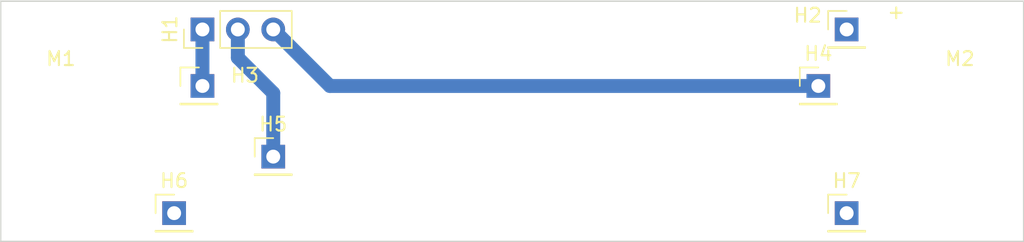
<source format=kicad_pcb>
(kicad_pcb (version 20171130) (host pcbnew 5.1.9-73d0e3b20d~88~ubuntu20.04.1)

  (general
    (thickness 1.6)
    (drawings 5)
    (tracks 6)
    (zones 0)
    (modules 9)
    (nets 1)
  )

  (page A4)
  (layers
    (0 F.Cu signal)
    (31 B.Cu signal)
    (32 B.Adhes user hide)
    (33 F.Adhes user hide)
    (34 B.Paste user hide)
    (35 F.Paste user hide)
    (36 B.SilkS user)
    (37 F.SilkS user)
    (38 B.Mask user)
    (39 F.Mask user)
    (40 Dwgs.User user hide)
    (41 Cmts.User user hide)
    (42 Eco1.User user hide)
    (43 Eco2.User user hide)
    (44 Edge.Cuts user)
    (45 Margin user hide)
    (46 B.CrtYd user)
    (47 F.CrtYd user)
    (48 B.Fab user hide)
    (49 F.Fab user hide)
  )

  (setup
    (last_trace_width 1)
    (user_trace_width 1)
    (trace_clearance 0.2)
    (zone_clearance 0.508)
    (zone_45_only no)
    (trace_min 0.2)
    (via_size 0.8)
    (via_drill 0.4)
    (via_min_size 0.4)
    (via_min_drill 0.3)
    (user_via 1 0.5)
    (uvia_size 0.3)
    (uvia_drill 0.1)
    (uvias_allowed no)
    (uvia_min_size 0.2)
    (uvia_min_drill 0.1)
    (edge_width 0.05)
    (segment_width 0.2)
    (pcb_text_width 0.3)
    (pcb_text_size 1.5 1.5)
    (mod_edge_width 0.12)
    (mod_text_size 1 1)
    (mod_text_width 0.15)
    (pad_size 1.7 1.7)
    (pad_drill 1)
    (pad_to_mask_clearance 0)
    (aux_axis_origin 114.808 102.362)
    (grid_origin 122.682 91.44)
    (visible_elements FFFFFF7F)
    (pcbplotparams
      (layerselection 0x010fc_ffffffff)
      (usegerberextensions false)
      (usegerberattributes true)
      (usegerberadvancedattributes true)
      (creategerberjobfile true)
      (excludeedgelayer true)
      (linewidth 0.100000)
      (plotframeref false)
      (viasonmask false)
      (mode 1)
      (useauxorigin false)
      (hpglpennumber 1)
      (hpglpenspeed 20)
      (hpglpendiameter 15.000000)
      (psnegative false)
      (psa4output false)
      (plotreference true)
      (plotvalue true)
      (plotinvisibletext false)
      (padsonsilk false)
      (subtractmaskfromsilk false)
      (outputformat 1)
      (mirror false)
      (drillshape 1)
      (scaleselection 1)
      (outputdirectory ""))
  )

  (net 0 "")

  (net_class Default "This is the default net class."
    (clearance 0.2)
    (trace_width 0.25)
    (via_dia 0.8)
    (via_drill 0.4)
    (uvia_dia 0.3)
    (uvia_drill 0.1)
  )

  (module MountingHole:MountingHole_3.5mm locked (layer F.Cu) (tedit 56D1B4CB) (tstamp 605E7568)
    (at 122.682 91.44)
    (descr "Mounting Hole 3.5mm, no annular")
    (tags "mounting hole 3.5mm no annular")
    (attr virtual)
    (fp_text reference M1 (at 0 -4.5) (layer F.SilkS)
      (effects (font (size 1 1) (thickness 0.15)))
    )
    (fp_text value MountingHole_3.5mm (at 0 4.5) (layer F.Fab)
      (effects (font (size 1 1) (thickness 0.15)))
    )
    (fp_circle (center 0 0) (end 3.5 0) (layer Cmts.User) (width 0.15))
    (fp_circle (center 0 0) (end 3.75 0) (layer F.CrtYd) (width 0.05))
    (fp_text user %R (at 0.3 0) (layer F.Fab)
      (effects (font (size 1 1) (thickness 0.15)))
    )
    (pad 1 np_thru_hole circle (at 0 0) (size 3.5 3.5) (drill 3.5) (layers *.Cu *.Mask))
  )

  (module MountingHole:MountingHole_3.5mm locked (layer F.Cu) (tedit 56D1B4CB) (tstamp 605E7531)
    (at 187.198 91.44)
    (descr "Mounting Hole 3.5mm, no annular")
    (tags "mounting hole 3.5mm no annular")
    (attr virtual)
    (fp_text reference M2 (at 0 -4.5) (layer F.SilkS)
      (effects (font (size 1 1) (thickness 0.15)))
    )
    (fp_text value MountingHole_3.5mm (at 0 4.5) (layer F.Fab)
      (effects (font (size 1 1) (thickness 0.15)))
    )
    (fp_text user %R (at 0.3 0) (layer F.Fab)
      (effects (font (size 1 1) (thickness 0.15)))
    )
    (fp_circle (center 0 0) (end 3.5 0) (layer Cmts.User) (width 0.15))
    (fp_circle (center 0 0) (end 3.75 0) (layer F.CrtYd) (width 0.05))
    (pad 1 np_thru_hole circle (at 0 0) (size 3.5 3.5) (drill 3.5) (layers *.Cu *.Mask))
  )

  (module Connector_PinHeader_2.54mm:PinHeader_1x01_P2.54mm_Vertical (layer F.Cu) (tedit 59FED5CC) (tstamp 605E704A)
    (at 177.038 88.9)
    (descr "Through hole straight pin header, 1x01, 2.54mm pitch, single row")
    (tags "Through hole pin header THT 1x01 2.54mm single row")
    (fp_text reference H4 (at 0 -2.33) (layer F.SilkS)
      (effects (font (size 1 1) (thickness 0.15)))
    )
    (fp_text value PinHeader_1x01_P2.54mm_Vertical (at 0 2.33) (layer F.Fab)
      (effects (font (size 1 1) (thickness 0.15)))
    )
    (fp_line (start 1.8 -1.8) (end -1.8 -1.8) (layer F.CrtYd) (width 0.05))
    (fp_line (start 1.8 1.8) (end 1.8 -1.8) (layer F.CrtYd) (width 0.05))
    (fp_line (start -1.8 1.8) (end 1.8 1.8) (layer F.CrtYd) (width 0.05))
    (fp_line (start -1.8 -1.8) (end -1.8 1.8) (layer F.CrtYd) (width 0.05))
    (fp_line (start -1.33 -1.33) (end 0 -1.33) (layer F.SilkS) (width 0.12))
    (fp_line (start -1.33 0) (end -1.33 -1.33) (layer F.SilkS) (width 0.12))
    (fp_line (start -1.33 1.27) (end 1.33 1.27) (layer F.SilkS) (width 0.12))
    (fp_line (start 1.33 1.27) (end 1.33 1.33) (layer F.SilkS) (width 0.12))
    (fp_line (start -1.33 1.27) (end -1.33 1.33) (layer F.SilkS) (width 0.12))
    (fp_line (start -1.33 1.33) (end 1.33 1.33) (layer F.SilkS) (width 0.12))
    (fp_line (start -1.27 -0.635) (end -0.635 -1.27) (layer F.Fab) (width 0.1))
    (fp_line (start -1.27 1.27) (end -1.27 -0.635) (layer F.Fab) (width 0.1))
    (fp_line (start 1.27 1.27) (end -1.27 1.27) (layer F.Fab) (width 0.1))
    (fp_line (start 1.27 -1.27) (end 1.27 1.27) (layer F.Fab) (width 0.1))
    (fp_line (start -0.635 -1.27) (end 1.27 -1.27) (layer F.Fab) (width 0.1))
    (fp_text user %R (at 0 0 90) (layer F.Fab)
      (effects (font (size 1 1) (thickness 0.15)))
    )
    (pad 1 thru_hole rect (at 0 0) (size 1.7 1.7) (drill 1) (layers *.Cu *.Mask))
    (model ${KISYS3DMOD}/Connector_PinHeader_2.54mm.3dshapes/PinHeader_1x01_P2.54mm_Vertical.wrl
      (at (xyz 0 0 0))
      (scale (xyz 1 1 1))
      (rotate (xyz 0 0 0))
    )
  )

  (module Connector_PinHeader_2.54mm:PinHeader_1x01_P2.54mm_Vertical (layer F.Cu) (tedit 59FED5CC) (tstamp 605E6DF0)
    (at 137.922 93.98)
    (descr "Through hole straight pin header, 1x01, 2.54mm pitch, single row")
    (tags "Through hole pin header THT 1x01 2.54mm single row")
    (fp_text reference H5 (at 0 -2.33) (layer F.SilkS)
      (effects (font (size 1 1) (thickness 0.15)))
    )
    (fp_text value PinHeader_1x01_P2.54mm_Vertical (at 0 2.33) (layer F.Fab)
      (effects (font (size 1 1) (thickness 0.15)))
    )
    (fp_line (start 1.8 -1.8) (end -1.8 -1.8) (layer F.CrtYd) (width 0.05))
    (fp_line (start 1.8 1.8) (end 1.8 -1.8) (layer F.CrtYd) (width 0.05))
    (fp_line (start -1.8 1.8) (end 1.8 1.8) (layer F.CrtYd) (width 0.05))
    (fp_line (start -1.8 -1.8) (end -1.8 1.8) (layer F.CrtYd) (width 0.05))
    (fp_line (start -1.33 -1.33) (end 0 -1.33) (layer F.SilkS) (width 0.12))
    (fp_line (start -1.33 0) (end -1.33 -1.33) (layer F.SilkS) (width 0.12))
    (fp_line (start -1.33 1.27) (end 1.33 1.27) (layer F.SilkS) (width 0.12))
    (fp_line (start 1.33 1.27) (end 1.33 1.33) (layer F.SilkS) (width 0.12))
    (fp_line (start -1.33 1.27) (end -1.33 1.33) (layer F.SilkS) (width 0.12))
    (fp_line (start -1.33 1.33) (end 1.33 1.33) (layer F.SilkS) (width 0.12))
    (fp_line (start -1.27 -0.635) (end -0.635 -1.27) (layer F.Fab) (width 0.1))
    (fp_line (start -1.27 1.27) (end -1.27 -0.635) (layer F.Fab) (width 0.1))
    (fp_line (start 1.27 1.27) (end -1.27 1.27) (layer F.Fab) (width 0.1))
    (fp_line (start 1.27 -1.27) (end 1.27 1.27) (layer F.Fab) (width 0.1))
    (fp_line (start -0.635 -1.27) (end 1.27 -1.27) (layer F.Fab) (width 0.1))
    (fp_text user %R (at 0 0 90) (layer F.Fab)
      (effects (font (size 1 1) (thickness 0.15)))
    )
    (pad 1 thru_hole rect (at 0 0) (size 1.7 1.7) (drill 1) (layers *.Cu *.Mask))
    (model ${KISYS3DMOD}/Connector_PinHeader_2.54mm.3dshapes/PinHeader_1x01_P2.54mm_Vertical.wrl
      (at (xyz 0 0 0))
      (scale (xyz 1 1 1))
      (rotate (xyz 0 0 0))
    )
  )

  (module Connector_PinHeader_2.54mm:PinHeader_1x01_P2.54mm_Vertical (layer F.Cu) (tedit 605E1735) (tstamp 605E6DF0)
    (at 132.588 88.9)
    (descr "Through hole straight pin header, 1x01, 2.54mm pitch, single row")
    (tags "Through hole pin header THT 1x01 2.54mm single row")
    (fp_text reference H3 (at 3.302 -0.762) (layer F.SilkS)
      (effects (font (size 1 1) (thickness 0.15)))
    )
    (fp_text value PinHeader_1x01_P2.54mm_Vertical (at 0 2.33) (layer F.Fab)
      (effects (font (size 1 1) (thickness 0.15)))
    )
    (fp_line (start 1.8 -1.8) (end -1.8 -1.8) (layer F.CrtYd) (width 0.05))
    (fp_line (start 1.8 1.8) (end 1.8 -1.8) (layer F.CrtYd) (width 0.05))
    (fp_line (start -1.8 1.8) (end 1.8 1.8) (layer F.CrtYd) (width 0.05))
    (fp_line (start -1.8 -1.8) (end -1.8 1.8) (layer F.CrtYd) (width 0.05))
    (fp_line (start -1.33 -1.33) (end 0 -1.33) (layer F.SilkS) (width 0.12))
    (fp_line (start -1.33 0) (end -1.33 -1.33) (layer F.SilkS) (width 0.12))
    (fp_line (start -1.33 1.27) (end 1.33 1.27) (layer F.SilkS) (width 0.12))
    (fp_line (start 1.33 1.27) (end 1.33 1.33) (layer F.SilkS) (width 0.12))
    (fp_line (start -1.33 1.27) (end -1.33 1.33) (layer F.SilkS) (width 0.12))
    (fp_line (start -1.33 1.33) (end 1.33 1.33) (layer F.SilkS) (width 0.12))
    (fp_line (start -1.27 -0.635) (end -0.635 -1.27) (layer F.Fab) (width 0.1))
    (fp_line (start -1.27 1.27) (end -1.27 -0.635) (layer F.Fab) (width 0.1))
    (fp_line (start 1.27 1.27) (end -1.27 1.27) (layer F.Fab) (width 0.1))
    (fp_line (start 1.27 -1.27) (end 1.27 1.27) (layer F.Fab) (width 0.1))
    (fp_line (start -0.635 -1.27) (end 1.27 -1.27) (layer F.Fab) (width 0.1))
    (fp_text user %R (at 0 0 90) (layer F.Fab)
      (effects (font (size 1 1) (thickness 0.15)))
    )
    (pad 1 thru_hole rect (at 0.254 0) (size 1.7 1.7) (drill 1) (layers *.Cu *.Mask))
    (model ${KISYS3DMOD}/Connector_PinHeader_2.54mm.3dshapes/PinHeader_1x01_P2.54mm_Vertical.wrl
      (at (xyz 0 0 0))
      (scale (xyz 1 1 1))
      (rotate (xyz 0 0 0))
    )
  )

  (module Connector_PinHeader_2.54mm:PinHeader_1x03_P2.54mm_Vertical (layer F.Cu) (tedit 59FED5CC) (tstamp 605E6D38)
    (at 132.842 84.836 90)
    (descr "Through hole straight pin header, 1x03, 2.54mm pitch, single row")
    (tags "Through hole pin header THT 1x03 2.54mm single row")
    (fp_text reference H1 (at 0 -2.33 90) (layer F.SilkS)
      (effects (font (size 1 1) (thickness 0.15)))
    )
    (fp_text value PinHeader_1x03_P2.54mm_Vertical (at 0 7.41 90) (layer F.Fab)
      (effects (font (size 1 1) (thickness 0.15)))
    )
    (fp_line (start 1.8 -1.8) (end -1.8 -1.8) (layer F.CrtYd) (width 0.05))
    (fp_line (start 1.8 6.85) (end 1.8 -1.8) (layer F.CrtYd) (width 0.05))
    (fp_line (start -1.8 6.85) (end 1.8 6.85) (layer F.CrtYd) (width 0.05))
    (fp_line (start -1.8 -1.8) (end -1.8 6.85) (layer F.CrtYd) (width 0.05))
    (fp_line (start -1.33 -1.33) (end 0 -1.33) (layer F.SilkS) (width 0.12))
    (fp_line (start -1.33 0) (end -1.33 -1.33) (layer F.SilkS) (width 0.12))
    (fp_line (start -1.33 1.27) (end 1.33 1.27) (layer F.SilkS) (width 0.12))
    (fp_line (start 1.33 1.27) (end 1.33 6.41) (layer F.SilkS) (width 0.12))
    (fp_line (start -1.33 1.27) (end -1.33 6.41) (layer F.SilkS) (width 0.12))
    (fp_line (start -1.33 6.41) (end 1.33 6.41) (layer F.SilkS) (width 0.12))
    (fp_line (start -1.27 -0.635) (end -0.635 -1.27) (layer F.Fab) (width 0.1))
    (fp_line (start -1.27 6.35) (end -1.27 -0.635) (layer F.Fab) (width 0.1))
    (fp_line (start 1.27 6.35) (end -1.27 6.35) (layer F.Fab) (width 0.1))
    (fp_line (start 1.27 -1.27) (end 1.27 6.35) (layer F.Fab) (width 0.1))
    (fp_line (start -0.635 -1.27) (end 1.27 -1.27) (layer F.Fab) (width 0.1))
    (fp_text user %R (at 0 2.54) (layer F.Fab)
      (effects (font (size 1 1) (thickness 0.15)))
    )
    (pad 3 thru_hole oval (at 0 5.08 90) (size 1.7 1.7) (drill 1) (layers *.Cu *.Mask))
    (pad 2 thru_hole oval (at 0 2.54 90) (size 1.7 1.7) (drill 1) (layers *.Cu *.Mask))
    (pad 1 thru_hole rect (at 0 0 90) (size 1.7 1.7) (drill 1) (layers *.Cu *.Mask))
    (model ${KISYS3DMOD}/Connector_PinHeader_2.54mm.3dshapes/PinHeader_1x03_P2.54mm_Vertical.wrl
      (at (xyz 0 0 0))
      (scale (xyz 1 1 1))
      (rotate (xyz 0 0 0))
    )
  )

  (module Connector_PinHeader_2.54mm:PinHeader_1x01_P2.54mm_Vertical (layer F.Cu) (tedit 59FED5CC) (tstamp 605E6C67)
    (at 179.07 98.044)
    (descr "Through hole straight pin header, 1x01, 2.54mm pitch, single row")
    (tags "Through hole pin header THT 1x01 2.54mm single row")
    (fp_text reference H7 (at 0 -2.33) (layer F.SilkS)
      (effects (font (size 1 1) (thickness 0.15)))
    )
    (fp_text value PinHeader_1x01_P2.54mm_Vertical (at 0 2.33) (layer F.Fab)
      (effects (font (size 1 1) (thickness 0.15)))
    )
    (fp_line (start 1.8 -1.8) (end -1.8 -1.8) (layer F.CrtYd) (width 0.05))
    (fp_line (start 1.8 1.8) (end 1.8 -1.8) (layer F.CrtYd) (width 0.05))
    (fp_line (start -1.8 1.8) (end 1.8 1.8) (layer F.CrtYd) (width 0.05))
    (fp_line (start -1.8 -1.8) (end -1.8 1.8) (layer F.CrtYd) (width 0.05))
    (fp_line (start -1.33 -1.33) (end 0 -1.33) (layer F.SilkS) (width 0.12))
    (fp_line (start -1.33 0) (end -1.33 -1.33) (layer F.SilkS) (width 0.12))
    (fp_line (start -1.33 1.27) (end 1.33 1.27) (layer F.SilkS) (width 0.12))
    (fp_line (start 1.33 1.27) (end 1.33 1.33) (layer F.SilkS) (width 0.12))
    (fp_line (start -1.33 1.27) (end -1.33 1.33) (layer F.SilkS) (width 0.12))
    (fp_line (start -1.33 1.33) (end 1.33 1.33) (layer F.SilkS) (width 0.12))
    (fp_line (start -1.27 -0.635) (end -0.635 -1.27) (layer F.Fab) (width 0.1))
    (fp_line (start -1.27 1.27) (end -1.27 -0.635) (layer F.Fab) (width 0.1))
    (fp_line (start 1.27 1.27) (end -1.27 1.27) (layer F.Fab) (width 0.1))
    (fp_line (start 1.27 -1.27) (end 1.27 1.27) (layer F.Fab) (width 0.1))
    (fp_line (start -0.635 -1.27) (end 1.27 -1.27) (layer F.Fab) (width 0.1))
    (fp_text user %R (at 0 0 90) (layer F.Fab)
      (effects (font (size 1 1) (thickness 0.15)))
    )
    (pad 1 thru_hole rect (at 0 0) (size 1.7 1.7) (drill 1) (layers *.Cu *.Mask))
    (model ${KISYS3DMOD}/Connector_PinHeader_2.54mm.3dshapes/PinHeader_1x01_P2.54mm_Vertical.wrl
      (at (xyz 0 0 0))
      (scale (xyz 1 1 1))
      (rotate (xyz 0 0 0))
    )
  )

  (module Connector_PinHeader_2.54mm:PinHeader_1x01_P2.54mm_Vertical (layer F.Cu) (tedit 59FED5CC) (tstamp 605E6C3A)
    (at 179.07 84.836)
    (descr "Through hole straight pin header, 1x01, 2.54mm pitch, single row")
    (tags "Through hole pin header THT 1x01 2.54mm single row")
    (fp_text reference H2 (at -2.794 -1.016) (layer F.SilkS)
      (effects (font (size 1 1) (thickness 0.15)))
    )
    (fp_text value PinHeader_1x01_P2.54mm_Vertical (at 0 2.33) (layer F.Fab)
      (effects (font (size 1 1) (thickness 0.15)))
    )
    (fp_line (start 1.8 -1.8) (end -1.8 -1.8) (layer F.CrtYd) (width 0.05))
    (fp_line (start 1.8 1.8) (end 1.8 -1.8) (layer F.CrtYd) (width 0.05))
    (fp_line (start -1.8 1.8) (end 1.8 1.8) (layer F.CrtYd) (width 0.05))
    (fp_line (start -1.8 -1.8) (end -1.8 1.8) (layer F.CrtYd) (width 0.05))
    (fp_line (start -1.33 -1.33) (end 0 -1.33) (layer F.SilkS) (width 0.12))
    (fp_line (start -1.33 0) (end -1.33 -1.33) (layer F.SilkS) (width 0.12))
    (fp_line (start -1.33 1.27) (end 1.33 1.27) (layer F.SilkS) (width 0.12))
    (fp_line (start 1.33 1.27) (end 1.33 1.33) (layer F.SilkS) (width 0.12))
    (fp_line (start -1.33 1.27) (end -1.33 1.33) (layer F.SilkS) (width 0.12))
    (fp_line (start -1.33 1.33) (end 1.33 1.33) (layer F.SilkS) (width 0.12))
    (fp_line (start -1.27 -0.635) (end -0.635 -1.27) (layer F.Fab) (width 0.1))
    (fp_line (start -1.27 1.27) (end -1.27 -0.635) (layer F.Fab) (width 0.1))
    (fp_line (start 1.27 1.27) (end -1.27 1.27) (layer F.Fab) (width 0.1))
    (fp_line (start 1.27 -1.27) (end 1.27 1.27) (layer F.Fab) (width 0.1))
    (fp_line (start -0.635 -1.27) (end 1.27 -1.27) (layer F.Fab) (width 0.1))
    (fp_text user %R (at 0 0 90) (layer F.Fab)
      (effects (font (size 1 1) (thickness 0.15)))
    )
    (pad 1 thru_hole rect (at 0 0) (size 1.7 1.7) (drill 1) (layers *.Cu *.Mask))
    (model ${KISYS3DMOD}/Connector_PinHeader_2.54mm.3dshapes/PinHeader_1x01_P2.54mm_Vertical.wrl
      (at (xyz 0 0 0))
      (scale (xyz 1 1 1))
      (rotate (xyz 0 0 0))
    )
  )

  (module Connector_PinHeader_2.54mm:PinHeader_1x01_P2.54mm_Vertical (layer F.Cu) (tedit 59FED5CC) (tstamp 605E5837)
    (at 130.81 98.044)
    (descr "Through hole straight pin header, 1x01, 2.54mm pitch, single row")
    (tags "Through hole pin header THT 1x01 2.54mm single row")
    (fp_text reference H6 (at 0 -2.33) (layer F.SilkS)
      (effects (font (size 1 1) (thickness 0.15)))
    )
    (fp_text value PinHeader_1x01_P2.54mm_Vertical (at 0 2.33) (layer F.Fab)
      (effects (font (size 1 1) (thickness 0.15)))
    )
    (fp_line (start 1.8 -1.8) (end -1.8 -1.8) (layer F.CrtYd) (width 0.05))
    (fp_line (start 1.8 1.8) (end 1.8 -1.8) (layer F.CrtYd) (width 0.05))
    (fp_line (start -1.8 1.8) (end 1.8 1.8) (layer F.CrtYd) (width 0.05))
    (fp_line (start -1.8 -1.8) (end -1.8 1.8) (layer F.CrtYd) (width 0.05))
    (fp_line (start -1.33 -1.33) (end 0 -1.33) (layer F.SilkS) (width 0.12))
    (fp_line (start -1.33 0) (end -1.33 -1.33) (layer F.SilkS) (width 0.12))
    (fp_line (start -1.33 1.27) (end 1.33 1.27) (layer F.SilkS) (width 0.12))
    (fp_line (start 1.33 1.27) (end 1.33 1.33) (layer F.SilkS) (width 0.12))
    (fp_line (start -1.33 1.27) (end -1.33 1.33) (layer F.SilkS) (width 0.12))
    (fp_line (start -1.33 1.33) (end 1.33 1.33) (layer F.SilkS) (width 0.12))
    (fp_line (start -1.27 -0.635) (end -0.635 -1.27) (layer F.Fab) (width 0.1))
    (fp_line (start -1.27 1.27) (end -1.27 -0.635) (layer F.Fab) (width 0.1))
    (fp_line (start 1.27 1.27) (end -1.27 1.27) (layer F.Fab) (width 0.1))
    (fp_line (start 1.27 -1.27) (end 1.27 1.27) (layer F.Fab) (width 0.1))
    (fp_line (start -0.635 -1.27) (end 1.27 -1.27) (layer F.Fab) (width 0.1))
    (fp_text user %R (at 0 0 90) (layer F.Fab)
      (effects (font (size 1 1) (thickness 0.15)))
    )
    (pad 1 thru_hole rect (at 0 0) (size 1.7 1.7) (drill 1) (layers *.Cu *.Mask))
    (model ${KISYS3DMOD}/Connector_PinHeader_2.54mm.3dshapes/PinHeader_1x01_P2.54mm_Vertical.wrl
      (at (xyz 0 0 0))
      (scale (xyz 1 1 1))
      (rotate (xyz 0 0 0))
    )
  )

  (gr_line (start 191.77 82.804) (end 191.77 100.076) (layer Edge.Cuts) (width 0.1))
  (gr_line (start 118.364 82.804) (end 191.77 82.804) (layer Edge.Cuts) (width 0.1))
  (gr_line (start 118.364 100.076) (end 118.364 82.804) (layer Edge.Cuts) (width 0.1))
  (gr_line (start 191.77 100.076) (end 118.364 100.076) (layer Edge.Cuts) (width 0.1))
  (gr_text + (at 182.626 83.566) (layer F.SilkS)
    (effects (font (size 1 1) (thickness 0.15)))
  )

  (segment (start 132.842 84.836) (end 132.842 88.9) (width 1) (layer B.Cu) (net 0))
  (segment (start 135.382 84.836) (end 135.382 86.868) (width 1) (layer B.Cu) (net 0))
  (segment (start 137.922 89.408) (end 137.922 93.98) (width 1) (layer B.Cu) (net 0))
  (segment (start 135.382 86.868) (end 137.922 89.408) (width 1) (layer B.Cu) (net 0))
  (segment (start 141.986 88.9) (end 137.922 84.836) (width 1) (layer B.Cu) (net 0))
  (segment (start 177.038 88.9) (end 141.986 88.9) (width 1) (layer B.Cu) (net 0))

)

</source>
